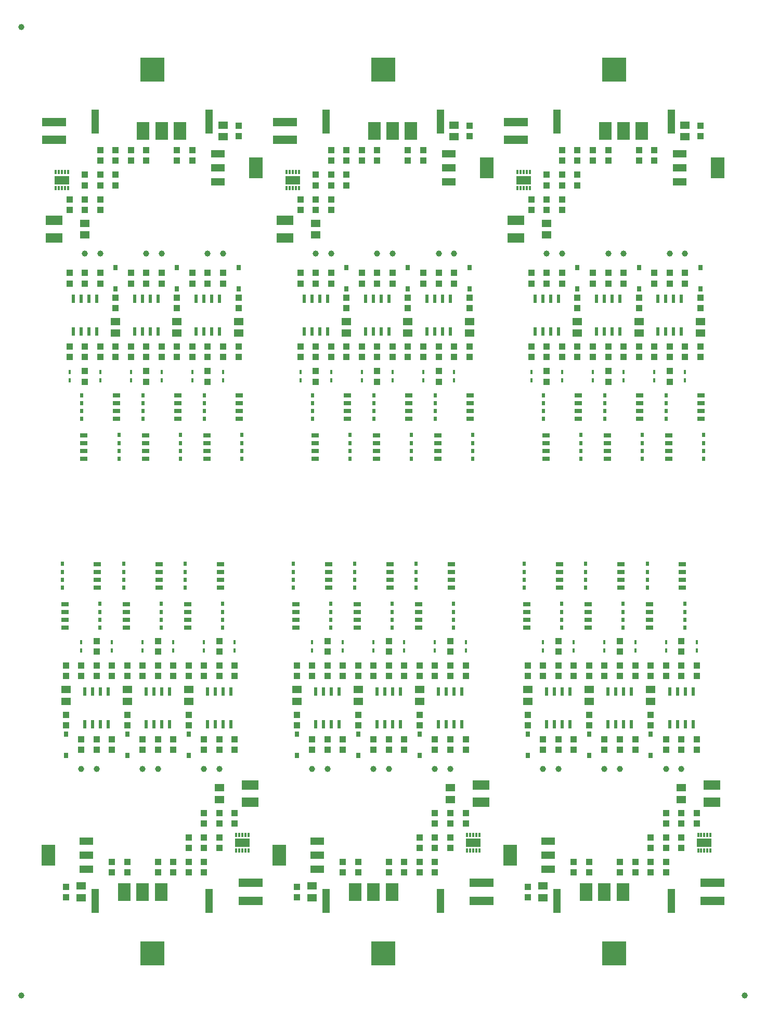
<source format=gtp>
%FSLAX25Y25*%
%MOIN*%
G70*
G01*
G75*
G04 Layer_Color=8421504*
%ADD10C,0.03937*%
%ADD11R,0.02165X0.02854*%
%ADD12R,0.02165X0.02510*%
%ADD13R,0.04921X0.02559*%
%ADD14R,0.02362X0.05512*%
%ADD15R,0.03937X0.04331*%
%ADD16R,0.01181X0.02559*%
%ADD17R,0.05906X0.05118*%
%ADD18R,0.02559X0.03819*%
%ADD19R,0.08661X0.04724*%
%ADD20R,0.08661X0.13780*%
%ADD21R,0.07874X0.11811*%
%ADD22R,0.15354X0.05709*%
%ADD23R,0.09646X0.05512*%
%ADD24R,0.01181X0.03150*%
%ADD25R,0.15748X0.15748*%
%ADD26R,0.10630X0.06299*%
%ADD27R,0.04724X0.15748*%
%ADD28C,0.00800*%
%ADD29C,0.01500*%
%ADD30C,0.02000*%
%ADD31R,0.15355X0.18110*%
%ADD32R,0.23622X0.23622*%
%ADD33R,0.03937X0.03937*%
%ADD34C,0.08032*%
%ADD35R,0.08032X0.08032*%
%ADD36C,0.02800*%
%ADD37C,0.02799*%
%ADD38R,0.12598X0.07087*%
%ADD39R,0.01969X0.02756*%
%ADD40R,0.04331X0.09134*%
%ADD41R,0.02953X0.05433*%
%ADD42R,0.08583X0.06378*%
%ADD43R,0.07480X0.01575*%
%ADD44R,0.04724X0.01181*%
%ADD45R,0.01181X0.04724*%
%ADD46R,0.09843X0.06693*%
%ADD47R,0.01772X0.01969*%
%ADD48R,0.07992X0.07165*%
%ADD49C,0.00500*%
%ADD50C,0.01969*%
D10*
X473622Y35433D02*
D03*
X9843D02*
D03*
Y656693D02*
D03*
X48228Y180709D02*
D03*
X58071D02*
D03*
X87598D02*
D03*
X97441D02*
D03*
X126969D02*
D03*
X136811D02*
D03*
X196260D02*
D03*
X206102D02*
D03*
X235630D02*
D03*
X245472D02*
D03*
X275000D02*
D03*
X284842D02*
D03*
X344291D02*
D03*
X354134D02*
D03*
X383661D02*
D03*
X393504D02*
D03*
X423032D02*
D03*
X432874D02*
D03*
X435236Y511417D02*
D03*
X425394D02*
D03*
X395866D02*
D03*
X386024D02*
D03*
X356496D02*
D03*
X346654D02*
D03*
X287205D02*
D03*
X277362D02*
D03*
X247835D02*
D03*
X237992D02*
D03*
X208465D02*
D03*
X198622D02*
D03*
X139173D02*
D03*
X129331D02*
D03*
X99803D02*
D03*
X89961D02*
D03*
X60433D02*
D03*
X50591D02*
D03*
D11*
X99606Y281618D02*
D03*
Y271507D02*
D03*
Y286761D02*
D03*
X114961Y302240D02*
D03*
Y312351D02*
D03*
Y297097D02*
D03*
X138976Y281618D02*
D03*
Y271507D02*
D03*
Y286761D02*
D03*
X75590Y302240D02*
D03*
Y312351D02*
D03*
Y297097D02*
D03*
X36220Y302240D02*
D03*
Y312351D02*
D03*
Y297097D02*
D03*
X60236Y281618D02*
D03*
Y271507D02*
D03*
Y286761D02*
D03*
X247638Y281618D02*
D03*
Y271507D02*
D03*
Y286761D02*
D03*
X262992Y302240D02*
D03*
Y312351D02*
D03*
Y297097D02*
D03*
X287008Y281618D02*
D03*
Y271507D02*
D03*
Y286761D02*
D03*
X223622Y302240D02*
D03*
Y312351D02*
D03*
Y297097D02*
D03*
X184252Y302240D02*
D03*
Y312351D02*
D03*
Y297097D02*
D03*
X208268Y281618D02*
D03*
Y271507D02*
D03*
Y286761D02*
D03*
X395669Y281618D02*
D03*
Y271507D02*
D03*
Y286761D02*
D03*
X411024Y302240D02*
D03*
Y312351D02*
D03*
Y297097D02*
D03*
X435039Y281618D02*
D03*
Y271507D02*
D03*
Y286761D02*
D03*
X371654Y302240D02*
D03*
Y312351D02*
D03*
Y297097D02*
D03*
X332283Y302240D02*
D03*
Y312351D02*
D03*
Y297097D02*
D03*
X356299Y281618D02*
D03*
Y271507D02*
D03*
Y286761D02*
D03*
X383858Y410508D02*
D03*
Y420619D02*
D03*
Y405365D02*
D03*
X368504Y389886D02*
D03*
Y379775D02*
D03*
Y395028D02*
D03*
X344488Y410508D02*
D03*
Y420619D02*
D03*
Y405365D02*
D03*
X407874Y389886D02*
D03*
Y379775D02*
D03*
Y395028D02*
D03*
X447244Y389886D02*
D03*
Y379775D02*
D03*
Y395028D02*
D03*
X423228Y410508D02*
D03*
Y420619D02*
D03*
Y405365D02*
D03*
X235827Y410508D02*
D03*
Y420619D02*
D03*
Y405365D02*
D03*
X220472Y389886D02*
D03*
Y379775D02*
D03*
Y395028D02*
D03*
X196457Y410508D02*
D03*
Y420619D02*
D03*
Y405365D02*
D03*
X259842Y389886D02*
D03*
Y379775D02*
D03*
Y395028D02*
D03*
X299213Y389886D02*
D03*
Y379775D02*
D03*
Y395028D02*
D03*
X275197Y410508D02*
D03*
Y420619D02*
D03*
Y405365D02*
D03*
X87795Y410508D02*
D03*
Y420619D02*
D03*
Y405365D02*
D03*
X72441Y389886D02*
D03*
Y379775D02*
D03*
Y395028D02*
D03*
X48425Y410508D02*
D03*
Y420619D02*
D03*
Y405365D02*
D03*
X111811Y389886D02*
D03*
Y379775D02*
D03*
Y395028D02*
D03*
X151181Y389886D02*
D03*
Y379775D02*
D03*
Y395028D02*
D03*
X127165Y410508D02*
D03*
Y420619D02*
D03*
Y405365D02*
D03*
D12*
X99606Y276648D02*
D03*
X114961Y307211D02*
D03*
X138976Y276648D02*
D03*
X75590Y307211D02*
D03*
X36220D02*
D03*
X60236Y276648D02*
D03*
X247638D02*
D03*
X262992Y307211D02*
D03*
X287008Y276648D02*
D03*
X223622Y307211D02*
D03*
X184252D02*
D03*
X208268Y276648D02*
D03*
X395669D02*
D03*
X411024Y307211D02*
D03*
X435039Y276648D02*
D03*
X371654Y307211D02*
D03*
X332283D02*
D03*
X356299Y276648D02*
D03*
X383858Y415478D02*
D03*
X368504Y384915D02*
D03*
X344488Y415478D02*
D03*
X407874Y384915D02*
D03*
X447244D02*
D03*
X423228Y415478D02*
D03*
X235827D02*
D03*
X220472Y384915D02*
D03*
X196457Y415478D02*
D03*
X259842Y384915D02*
D03*
X299213D02*
D03*
X275197Y415478D02*
D03*
X87795D02*
D03*
X72441Y384915D02*
D03*
X48425Y415478D02*
D03*
X111811Y384915D02*
D03*
X151181D02*
D03*
X127165Y415478D02*
D03*
D13*
X77165Y271633D02*
D03*
Y276633D02*
D03*
Y286633D02*
D03*
Y281633D02*
D03*
X137402Y312225D02*
D03*
Y307225D02*
D03*
Y297225D02*
D03*
Y302225D02*
D03*
X116535Y271633D02*
D03*
Y276633D02*
D03*
Y286633D02*
D03*
Y281633D02*
D03*
X98032Y312225D02*
D03*
Y307225D02*
D03*
Y297225D02*
D03*
Y302225D02*
D03*
X58661Y312225D02*
D03*
Y307225D02*
D03*
Y297225D02*
D03*
Y302225D02*
D03*
X37795Y271633D02*
D03*
Y276633D02*
D03*
Y286633D02*
D03*
Y281633D02*
D03*
X225197Y271633D02*
D03*
Y276633D02*
D03*
Y286633D02*
D03*
Y281633D02*
D03*
X285433Y312225D02*
D03*
Y307225D02*
D03*
Y297225D02*
D03*
Y302225D02*
D03*
X264567Y271633D02*
D03*
Y276633D02*
D03*
Y286633D02*
D03*
Y281633D02*
D03*
X246063Y312225D02*
D03*
Y307225D02*
D03*
Y297225D02*
D03*
Y302225D02*
D03*
X206693Y312225D02*
D03*
Y307225D02*
D03*
Y297225D02*
D03*
Y302225D02*
D03*
X185827Y271633D02*
D03*
Y276633D02*
D03*
Y286633D02*
D03*
Y281633D02*
D03*
X373228Y271633D02*
D03*
Y276633D02*
D03*
Y286633D02*
D03*
Y281633D02*
D03*
X433465Y312225D02*
D03*
Y307225D02*
D03*
Y297225D02*
D03*
Y302225D02*
D03*
X412598Y271633D02*
D03*
Y276633D02*
D03*
Y286633D02*
D03*
Y281633D02*
D03*
X394094Y312225D02*
D03*
Y307225D02*
D03*
Y297225D02*
D03*
Y302225D02*
D03*
X354724Y312225D02*
D03*
Y307225D02*
D03*
Y297225D02*
D03*
Y302225D02*
D03*
X333858Y271633D02*
D03*
Y276633D02*
D03*
Y286633D02*
D03*
Y281633D02*
D03*
X406299Y420493D02*
D03*
Y415493D02*
D03*
Y405493D02*
D03*
Y410493D02*
D03*
X346063Y379901D02*
D03*
Y384901D02*
D03*
Y394901D02*
D03*
Y389901D02*
D03*
X366929Y420493D02*
D03*
Y415493D02*
D03*
Y405493D02*
D03*
Y410493D02*
D03*
X385433Y379901D02*
D03*
Y384901D02*
D03*
Y394901D02*
D03*
Y389901D02*
D03*
X424803Y379901D02*
D03*
Y384901D02*
D03*
Y394901D02*
D03*
Y389901D02*
D03*
X445669Y420493D02*
D03*
Y415493D02*
D03*
Y405493D02*
D03*
Y410493D02*
D03*
X258268Y420493D02*
D03*
Y415493D02*
D03*
Y405493D02*
D03*
Y410493D02*
D03*
X198031Y379901D02*
D03*
Y384901D02*
D03*
Y394901D02*
D03*
Y389901D02*
D03*
X218898Y420493D02*
D03*
Y415493D02*
D03*
Y405493D02*
D03*
Y410493D02*
D03*
X237402Y379901D02*
D03*
Y384901D02*
D03*
Y394901D02*
D03*
Y389901D02*
D03*
X276772Y379901D02*
D03*
Y384901D02*
D03*
Y394901D02*
D03*
Y389901D02*
D03*
X297638Y420493D02*
D03*
Y415493D02*
D03*
Y405493D02*
D03*
Y410493D02*
D03*
X110236Y420493D02*
D03*
Y415493D02*
D03*
Y405493D02*
D03*
Y410493D02*
D03*
X50000Y379901D02*
D03*
Y384901D02*
D03*
Y394901D02*
D03*
Y389901D02*
D03*
X70866Y420493D02*
D03*
Y415493D02*
D03*
Y405493D02*
D03*
Y410493D02*
D03*
X89370Y379901D02*
D03*
Y384901D02*
D03*
Y394901D02*
D03*
Y389901D02*
D03*
X128740Y379901D02*
D03*
Y384901D02*
D03*
Y394901D02*
D03*
Y389901D02*
D03*
X149606Y420493D02*
D03*
Y415493D02*
D03*
Y405493D02*
D03*
Y410493D02*
D03*
D14*
X144311Y209646D02*
D03*
X139311D02*
D03*
X134311D02*
D03*
X129311D02*
D03*
Y230512D02*
D03*
X134311D02*
D03*
X139311D02*
D03*
X144311D02*
D03*
X104941Y209646D02*
D03*
X99941D02*
D03*
X94941D02*
D03*
X89941D02*
D03*
Y230512D02*
D03*
X94941D02*
D03*
X99941D02*
D03*
X104941D02*
D03*
X65571Y209646D02*
D03*
X60571D02*
D03*
X55571D02*
D03*
X50571D02*
D03*
Y230512D02*
D03*
X55571D02*
D03*
X60571D02*
D03*
X65571D02*
D03*
X292342Y209646D02*
D03*
X287343D02*
D03*
X282343D02*
D03*
X277343D02*
D03*
Y230512D02*
D03*
X282343D02*
D03*
X287343D02*
D03*
X292342D02*
D03*
X252972Y209646D02*
D03*
X247972D02*
D03*
X242972D02*
D03*
X237972D02*
D03*
Y230512D02*
D03*
X242972D02*
D03*
X247972D02*
D03*
X252972D02*
D03*
X213602Y209646D02*
D03*
X208602D02*
D03*
X203602D02*
D03*
X198602D02*
D03*
Y230512D02*
D03*
X203602D02*
D03*
X208602D02*
D03*
X213602D02*
D03*
X440374Y209646D02*
D03*
X435374D02*
D03*
X430374D02*
D03*
X425374D02*
D03*
Y230512D02*
D03*
X430374D02*
D03*
X435374D02*
D03*
X440374D02*
D03*
X401004Y209646D02*
D03*
X396004D02*
D03*
X391004D02*
D03*
X386004D02*
D03*
Y230512D02*
D03*
X391004D02*
D03*
X396004D02*
D03*
X401004D02*
D03*
X361634Y209646D02*
D03*
X356634D02*
D03*
X351634D02*
D03*
X346634D02*
D03*
Y230512D02*
D03*
X351634D02*
D03*
X356634D02*
D03*
X361634D02*
D03*
X339154Y482480D02*
D03*
X344153D02*
D03*
X349153D02*
D03*
X354153D02*
D03*
Y461614D02*
D03*
X349153D02*
D03*
X344153D02*
D03*
X339154D02*
D03*
X378524Y482480D02*
D03*
X383524D02*
D03*
X388524D02*
D03*
X393524D02*
D03*
Y461614D02*
D03*
X388524D02*
D03*
X383524D02*
D03*
X378524D02*
D03*
X417894Y482480D02*
D03*
X422894D02*
D03*
X427894D02*
D03*
X432894D02*
D03*
Y461614D02*
D03*
X427894D02*
D03*
X422894D02*
D03*
X417894D02*
D03*
X191122Y482480D02*
D03*
X196122D02*
D03*
X201122D02*
D03*
X206122D02*
D03*
Y461614D02*
D03*
X201122D02*
D03*
X196122D02*
D03*
X191122D02*
D03*
X230492Y482480D02*
D03*
X235492D02*
D03*
X240492D02*
D03*
X245492D02*
D03*
Y461614D02*
D03*
X240492D02*
D03*
X235492D02*
D03*
X230492D02*
D03*
X269862Y482480D02*
D03*
X274862D02*
D03*
X279862D02*
D03*
X284862D02*
D03*
Y461614D02*
D03*
X279862D02*
D03*
X274862D02*
D03*
X269862D02*
D03*
X43091Y482480D02*
D03*
X48091D02*
D03*
X53091D02*
D03*
X58091D02*
D03*
Y461614D02*
D03*
X53091D02*
D03*
X48091D02*
D03*
X43091D02*
D03*
X82461Y482480D02*
D03*
X87461D02*
D03*
X92461D02*
D03*
X97461D02*
D03*
Y461614D02*
D03*
X92461D02*
D03*
X87461D02*
D03*
X82461D02*
D03*
X121831Y482480D02*
D03*
X126831D02*
D03*
X131831D02*
D03*
X136831D02*
D03*
Y461614D02*
D03*
X131831D02*
D03*
X126831D02*
D03*
X121831D02*
D03*
D15*
X146653Y247047D02*
D03*
Y240354D02*
D03*
X136811Y247047D02*
D03*
Y240354D02*
D03*
Y256102D02*
D03*
Y262795D02*
D03*
X126969Y247047D02*
D03*
Y240354D02*
D03*
X117126Y247047D02*
D03*
Y240354D02*
D03*
X87598Y247047D02*
D03*
Y240354D02*
D03*
X77756Y247047D02*
D03*
Y240354D02*
D03*
X107283Y247047D02*
D03*
Y240354D02*
D03*
X97441Y247047D02*
D03*
Y240354D02*
D03*
Y256102D02*
D03*
Y262795D02*
D03*
X48228Y247047D02*
D03*
Y240354D02*
D03*
X38386Y247047D02*
D03*
Y240354D02*
D03*
X58071Y256102D02*
D03*
Y262795D02*
D03*
Y247047D02*
D03*
Y240354D02*
D03*
X67913Y247047D02*
D03*
Y240354D02*
D03*
X117126Y215551D02*
D03*
Y208858D02*
D03*
X126969Y193110D02*
D03*
Y199803D02*
D03*
X136811Y193110D02*
D03*
Y199803D02*
D03*
X146653Y193110D02*
D03*
Y199803D02*
D03*
X77756Y215551D02*
D03*
Y208858D02*
D03*
X87598Y193110D02*
D03*
Y199803D02*
D03*
X97441Y193110D02*
D03*
Y199803D02*
D03*
X107283Y193110D02*
D03*
Y199803D02*
D03*
X38386Y215551D02*
D03*
Y208858D02*
D03*
X48228Y193110D02*
D03*
Y199803D02*
D03*
X58071Y193110D02*
D03*
Y199803D02*
D03*
X67913Y193110D02*
D03*
Y199803D02*
D03*
X38386Y98622D02*
D03*
Y105315D02*
D03*
X126969Y136811D02*
D03*
Y130118D02*
D03*
X136811Y136811D02*
D03*
Y130118D02*
D03*
X117126Y136811D02*
D03*
Y130118D02*
D03*
X126969Y121063D02*
D03*
Y114370D02*
D03*
X146653Y145866D02*
D03*
Y152559D02*
D03*
X136811Y145866D02*
D03*
Y152559D02*
D03*
X126969Y145866D02*
D03*
Y152559D02*
D03*
X77756Y121063D02*
D03*
Y114370D02*
D03*
X67913Y121063D02*
D03*
Y114370D02*
D03*
X97441Y121063D02*
D03*
Y114370D02*
D03*
X107283Y121063D02*
D03*
Y114370D02*
D03*
X117126Y121063D02*
D03*
Y114370D02*
D03*
X294685Y247047D02*
D03*
Y240354D02*
D03*
X284842Y247047D02*
D03*
Y240354D02*
D03*
Y256102D02*
D03*
Y262795D02*
D03*
X275000Y247047D02*
D03*
Y240354D02*
D03*
X265158Y247047D02*
D03*
Y240354D02*
D03*
X235630Y247047D02*
D03*
Y240354D02*
D03*
X225787Y247047D02*
D03*
Y240354D02*
D03*
X255315Y247047D02*
D03*
Y240354D02*
D03*
X245472Y247047D02*
D03*
Y240354D02*
D03*
Y256102D02*
D03*
Y262795D02*
D03*
X196260Y247047D02*
D03*
Y240354D02*
D03*
X186417Y247047D02*
D03*
Y240354D02*
D03*
X206102Y256102D02*
D03*
Y262795D02*
D03*
Y247047D02*
D03*
Y240354D02*
D03*
X215945Y247047D02*
D03*
Y240354D02*
D03*
X265158Y215551D02*
D03*
Y208858D02*
D03*
X275000Y193110D02*
D03*
Y199803D02*
D03*
X284842Y193110D02*
D03*
Y199803D02*
D03*
X294685Y193110D02*
D03*
Y199803D02*
D03*
X225787Y215551D02*
D03*
Y208858D02*
D03*
X235630Y193110D02*
D03*
Y199803D02*
D03*
X245472Y193110D02*
D03*
Y199803D02*
D03*
X255315Y193110D02*
D03*
Y199803D02*
D03*
X186417Y215551D02*
D03*
Y208858D02*
D03*
X196260Y193110D02*
D03*
Y199803D02*
D03*
X206102Y193110D02*
D03*
Y199803D02*
D03*
X215945Y193110D02*
D03*
Y199803D02*
D03*
X186417Y98622D02*
D03*
Y105315D02*
D03*
X275000Y136811D02*
D03*
Y130118D02*
D03*
X284842Y136811D02*
D03*
Y130118D02*
D03*
X265158Y136811D02*
D03*
Y130118D02*
D03*
X275000Y121063D02*
D03*
Y114370D02*
D03*
X294685Y145866D02*
D03*
Y152559D02*
D03*
X284842Y145866D02*
D03*
Y152559D02*
D03*
X275000Y145866D02*
D03*
Y152559D02*
D03*
X225787Y121063D02*
D03*
Y114370D02*
D03*
X215945Y121063D02*
D03*
Y114370D02*
D03*
X245472Y121063D02*
D03*
Y114370D02*
D03*
X255315Y121063D02*
D03*
Y114370D02*
D03*
X265158Y121063D02*
D03*
Y114370D02*
D03*
X442717Y247047D02*
D03*
Y240354D02*
D03*
X432874Y247047D02*
D03*
Y240354D02*
D03*
Y256102D02*
D03*
Y262795D02*
D03*
X423032Y247047D02*
D03*
Y240354D02*
D03*
X413189Y247047D02*
D03*
Y240354D02*
D03*
X383661Y247047D02*
D03*
Y240354D02*
D03*
X373819Y247047D02*
D03*
Y240354D02*
D03*
X403346Y247047D02*
D03*
Y240354D02*
D03*
X393504Y247047D02*
D03*
Y240354D02*
D03*
Y256102D02*
D03*
Y262795D02*
D03*
X344291Y247047D02*
D03*
Y240354D02*
D03*
X334449Y247047D02*
D03*
Y240354D02*
D03*
X354134Y256102D02*
D03*
Y262795D02*
D03*
Y247047D02*
D03*
Y240354D02*
D03*
X363976Y247047D02*
D03*
Y240354D02*
D03*
X413189Y215551D02*
D03*
Y208858D02*
D03*
X423032Y193110D02*
D03*
Y199803D02*
D03*
X432874Y193110D02*
D03*
Y199803D02*
D03*
X442717Y193110D02*
D03*
Y199803D02*
D03*
X373819Y215551D02*
D03*
Y208858D02*
D03*
X383661Y193110D02*
D03*
Y199803D02*
D03*
X393504Y193110D02*
D03*
Y199803D02*
D03*
X403346Y193110D02*
D03*
Y199803D02*
D03*
X334449Y215551D02*
D03*
Y208858D02*
D03*
X344291Y193110D02*
D03*
Y199803D02*
D03*
X354134Y193110D02*
D03*
Y199803D02*
D03*
X363976Y193110D02*
D03*
Y199803D02*
D03*
X334449Y98622D02*
D03*
Y105315D02*
D03*
X423032Y136811D02*
D03*
Y130118D02*
D03*
X432874Y136811D02*
D03*
Y130118D02*
D03*
X413189Y136811D02*
D03*
Y130118D02*
D03*
X423032Y121063D02*
D03*
Y114370D02*
D03*
X442717Y145866D02*
D03*
Y152559D02*
D03*
X432874Y145866D02*
D03*
Y152559D02*
D03*
X423032Y145866D02*
D03*
Y152559D02*
D03*
X373819Y121063D02*
D03*
Y114370D02*
D03*
X363976Y121063D02*
D03*
Y114370D02*
D03*
X393504Y121063D02*
D03*
Y114370D02*
D03*
X403346Y121063D02*
D03*
Y114370D02*
D03*
X413189Y121063D02*
D03*
Y114370D02*
D03*
X336811Y445079D02*
D03*
Y451772D02*
D03*
X346654Y445079D02*
D03*
Y451772D02*
D03*
Y436024D02*
D03*
Y429331D02*
D03*
X356496Y445079D02*
D03*
Y451772D02*
D03*
X366339Y445079D02*
D03*
Y451772D02*
D03*
X395866Y445079D02*
D03*
Y451772D02*
D03*
X405709Y445079D02*
D03*
Y451772D02*
D03*
X376181Y445079D02*
D03*
Y451772D02*
D03*
X386024Y445079D02*
D03*
Y451772D02*
D03*
Y436024D02*
D03*
Y429331D02*
D03*
X435236Y445079D02*
D03*
Y451772D02*
D03*
X445079Y445079D02*
D03*
Y451772D02*
D03*
X425394Y436024D02*
D03*
Y429331D02*
D03*
Y445079D02*
D03*
Y451772D02*
D03*
X415551Y445079D02*
D03*
Y451772D02*
D03*
X366339Y476575D02*
D03*
Y483268D02*
D03*
X356496Y499016D02*
D03*
Y492323D02*
D03*
X346654Y499016D02*
D03*
Y492323D02*
D03*
X336811Y499016D02*
D03*
Y492323D02*
D03*
X405709Y476575D02*
D03*
Y483268D02*
D03*
X395866Y499016D02*
D03*
Y492323D02*
D03*
X386024Y499016D02*
D03*
Y492323D02*
D03*
X376181Y499016D02*
D03*
Y492323D02*
D03*
X445079Y476575D02*
D03*
Y483268D02*
D03*
X435236Y499016D02*
D03*
Y492323D02*
D03*
X425394Y499016D02*
D03*
Y492323D02*
D03*
X415551Y499016D02*
D03*
Y492323D02*
D03*
X445079Y593504D02*
D03*
Y586811D02*
D03*
X356496Y555315D02*
D03*
Y562008D02*
D03*
X346654Y555315D02*
D03*
Y562008D02*
D03*
X366339Y555315D02*
D03*
Y562008D02*
D03*
X356496Y571063D02*
D03*
Y577756D02*
D03*
X336811Y546260D02*
D03*
Y539567D02*
D03*
X346654Y546260D02*
D03*
Y539567D02*
D03*
X356496Y546260D02*
D03*
Y539567D02*
D03*
X405709Y571063D02*
D03*
Y577756D02*
D03*
X415551Y571063D02*
D03*
Y577756D02*
D03*
X386024Y571063D02*
D03*
Y577756D02*
D03*
X376181Y571063D02*
D03*
Y577756D02*
D03*
X366339Y571063D02*
D03*
Y577756D02*
D03*
X188779Y445079D02*
D03*
Y451772D02*
D03*
X198622Y445079D02*
D03*
Y451772D02*
D03*
Y436024D02*
D03*
Y429331D02*
D03*
X208465Y445079D02*
D03*
Y451772D02*
D03*
X218307Y445079D02*
D03*
Y451772D02*
D03*
X247835Y445079D02*
D03*
Y451772D02*
D03*
X257677Y445079D02*
D03*
Y451772D02*
D03*
X228150Y445079D02*
D03*
Y451772D02*
D03*
X237992Y445079D02*
D03*
Y451772D02*
D03*
Y436024D02*
D03*
Y429331D02*
D03*
X287205Y445079D02*
D03*
Y451772D02*
D03*
X297047Y445079D02*
D03*
Y451772D02*
D03*
X277362Y436024D02*
D03*
Y429331D02*
D03*
Y445079D02*
D03*
Y451772D02*
D03*
X267520Y445079D02*
D03*
Y451772D02*
D03*
X218307Y476575D02*
D03*
Y483268D02*
D03*
X208465Y499016D02*
D03*
Y492323D02*
D03*
X198622Y499016D02*
D03*
Y492323D02*
D03*
X188779Y499016D02*
D03*
Y492323D02*
D03*
X257677Y476575D02*
D03*
Y483268D02*
D03*
X247835Y499016D02*
D03*
Y492323D02*
D03*
X237992Y499016D02*
D03*
Y492323D02*
D03*
X228150Y499016D02*
D03*
Y492323D02*
D03*
X297047Y476575D02*
D03*
Y483268D02*
D03*
X287205Y499016D02*
D03*
Y492323D02*
D03*
X277362Y499016D02*
D03*
Y492323D02*
D03*
X267520Y499016D02*
D03*
Y492323D02*
D03*
X297047Y593504D02*
D03*
Y586811D02*
D03*
X208465Y555315D02*
D03*
Y562008D02*
D03*
X198622Y555315D02*
D03*
Y562008D02*
D03*
X218307Y555315D02*
D03*
Y562008D02*
D03*
X208465Y571063D02*
D03*
Y577756D02*
D03*
X188779Y546260D02*
D03*
Y539567D02*
D03*
X198622Y546260D02*
D03*
Y539567D02*
D03*
X208465Y546260D02*
D03*
Y539567D02*
D03*
X257677Y571063D02*
D03*
Y577756D02*
D03*
X267520Y571063D02*
D03*
Y577756D02*
D03*
X237992Y571063D02*
D03*
Y577756D02*
D03*
X228150Y571063D02*
D03*
Y577756D02*
D03*
X218307Y571063D02*
D03*
Y577756D02*
D03*
X40748Y445079D02*
D03*
Y451772D02*
D03*
X50591Y445079D02*
D03*
Y451772D02*
D03*
Y436024D02*
D03*
Y429331D02*
D03*
X60433Y445079D02*
D03*
Y451772D02*
D03*
X70276Y445079D02*
D03*
Y451772D02*
D03*
X99803Y445079D02*
D03*
Y451772D02*
D03*
X109646Y445079D02*
D03*
Y451772D02*
D03*
X80118Y445079D02*
D03*
Y451772D02*
D03*
X89961Y445079D02*
D03*
Y451772D02*
D03*
Y436024D02*
D03*
Y429331D02*
D03*
X139173Y445079D02*
D03*
Y451772D02*
D03*
X149016Y445079D02*
D03*
Y451772D02*
D03*
X129331Y436024D02*
D03*
Y429331D02*
D03*
Y445079D02*
D03*
Y451772D02*
D03*
X119488Y445079D02*
D03*
Y451772D02*
D03*
X70276Y476575D02*
D03*
Y483268D02*
D03*
X60433Y499016D02*
D03*
Y492323D02*
D03*
X50591Y499016D02*
D03*
Y492323D02*
D03*
X40748Y499016D02*
D03*
Y492323D02*
D03*
X109646Y476575D02*
D03*
Y483268D02*
D03*
X99803Y499016D02*
D03*
Y492323D02*
D03*
X89961Y499016D02*
D03*
Y492323D02*
D03*
X80118Y499016D02*
D03*
Y492323D02*
D03*
X149016Y476575D02*
D03*
Y483268D02*
D03*
X139173Y499016D02*
D03*
Y492323D02*
D03*
X129331Y499016D02*
D03*
Y492323D02*
D03*
X119488Y499016D02*
D03*
Y492323D02*
D03*
X149016Y593504D02*
D03*
Y586811D02*
D03*
X60433Y555315D02*
D03*
Y562008D02*
D03*
X50591Y555315D02*
D03*
Y562008D02*
D03*
X70276Y555315D02*
D03*
Y562008D02*
D03*
X60433Y571063D02*
D03*
Y577756D02*
D03*
X40748Y546260D02*
D03*
Y539567D02*
D03*
X50591Y546260D02*
D03*
Y539567D02*
D03*
X60433Y546260D02*
D03*
Y539567D02*
D03*
X109646Y571063D02*
D03*
Y577756D02*
D03*
X119488Y571063D02*
D03*
Y577756D02*
D03*
X89961Y571063D02*
D03*
Y577756D02*
D03*
X80118Y571063D02*
D03*
Y577756D02*
D03*
X70276Y571063D02*
D03*
Y577756D02*
D03*
D16*
X146653Y256791D02*
D03*
Y262106D02*
D03*
X126969Y256791D02*
D03*
Y262106D02*
D03*
X87598Y256791D02*
D03*
Y262106D02*
D03*
X107283Y256791D02*
D03*
Y262106D02*
D03*
X48228Y256791D02*
D03*
Y262106D02*
D03*
X67913Y256791D02*
D03*
Y262106D02*
D03*
X294685Y256791D02*
D03*
Y262106D02*
D03*
X275000Y256791D02*
D03*
Y262106D02*
D03*
X235630Y256791D02*
D03*
Y262106D02*
D03*
X255315Y256791D02*
D03*
Y262106D02*
D03*
X196260Y256791D02*
D03*
Y262106D02*
D03*
X215945Y256791D02*
D03*
Y262106D02*
D03*
X442717Y256791D02*
D03*
Y262106D02*
D03*
X423032Y256791D02*
D03*
Y262106D02*
D03*
X383661Y256791D02*
D03*
Y262106D02*
D03*
X403346Y256791D02*
D03*
Y262106D02*
D03*
X344291Y256791D02*
D03*
Y262106D02*
D03*
X363976Y256791D02*
D03*
Y262106D02*
D03*
X336811Y435335D02*
D03*
Y430020D02*
D03*
X356496Y435335D02*
D03*
Y430020D02*
D03*
X395866Y435335D02*
D03*
Y430020D02*
D03*
X376181Y435335D02*
D03*
Y430020D02*
D03*
X435236Y435335D02*
D03*
Y430020D02*
D03*
X415551Y435335D02*
D03*
Y430020D02*
D03*
X188779Y435335D02*
D03*
Y430020D02*
D03*
X208465Y435335D02*
D03*
Y430020D02*
D03*
X247835Y435335D02*
D03*
Y430020D02*
D03*
X228150Y435335D02*
D03*
Y430020D02*
D03*
X287205Y435335D02*
D03*
Y430020D02*
D03*
X267520Y435335D02*
D03*
Y430020D02*
D03*
X40748Y435335D02*
D03*
Y430020D02*
D03*
X60433Y435335D02*
D03*
Y430020D02*
D03*
X99803Y435335D02*
D03*
Y430020D02*
D03*
X80118Y435335D02*
D03*
Y430020D02*
D03*
X139173Y435335D02*
D03*
Y430020D02*
D03*
X119488Y435335D02*
D03*
Y430020D02*
D03*
D17*
X117126Y224213D02*
D03*
Y231693D02*
D03*
X77756Y224213D02*
D03*
Y231693D02*
D03*
X38386Y224213D02*
D03*
Y231693D02*
D03*
X48228Y98228D02*
D03*
Y105709D02*
D03*
X136811Y161221D02*
D03*
Y168701D02*
D03*
X265158Y224213D02*
D03*
Y231693D02*
D03*
X225787Y224213D02*
D03*
Y231693D02*
D03*
X186417Y224213D02*
D03*
Y231693D02*
D03*
X196260Y98228D02*
D03*
Y105709D02*
D03*
X284842Y161221D02*
D03*
Y168701D02*
D03*
X413189Y224213D02*
D03*
Y231693D02*
D03*
X373819Y224213D02*
D03*
Y231693D02*
D03*
X334449Y224213D02*
D03*
Y231693D02*
D03*
X344291Y98228D02*
D03*
Y105709D02*
D03*
X432874Y161221D02*
D03*
Y168701D02*
D03*
X366339Y467913D02*
D03*
Y460433D02*
D03*
X405709Y467913D02*
D03*
Y460433D02*
D03*
X445079Y467913D02*
D03*
Y460433D02*
D03*
X435236Y593898D02*
D03*
Y586417D02*
D03*
X346654Y530905D02*
D03*
Y523425D02*
D03*
X218307Y467913D02*
D03*
Y460433D02*
D03*
X257677Y467913D02*
D03*
Y460433D02*
D03*
X297047Y467913D02*
D03*
Y460433D02*
D03*
X287205Y593898D02*
D03*
Y586417D02*
D03*
X198622Y530905D02*
D03*
Y523425D02*
D03*
X70276Y467913D02*
D03*
Y460433D02*
D03*
X109646Y467913D02*
D03*
Y460433D02*
D03*
X149016Y467913D02*
D03*
Y460433D02*
D03*
X139173Y593898D02*
D03*
Y586417D02*
D03*
X50591Y530905D02*
D03*
Y523425D02*
D03*
D18*
X117126Y189606D02*
D03*
Y203307D02*
D03*
X77756Y189606D02*
D03*
Y203307D02*
D03*
X38386Y189606D02*
D03*
Y203307D02*
D03*
X265158Y189606D02*
D03*
Y203307D02*
D03*
X225787Y189606D02*
D03*
Y203307D02*
D03*
X186417Y189606D02*
D03*
Y203307D02*
D03*
X413189Y189606D02*
D03*
Y203307D02*
D03*
X373819Y189606D02*
D03*
Y203307D02*
D03*
X334449Y189606D02*
D03*
Y203307D02*
D03*
X366339Y502520D02*
D03*
Y488819D02*
D03*
X405709Y502520D02*
D03*
Y488819D02*
D03*
X445079Y502520D02*
D03*
Y488819D02*
D03*
X218307Y502520D02*
D03*
Y488819D02*
D03*
X257677Y502520D02*
D03*
Y488819D02*
D03*
X297047Y502520D02*
D03*
Y488819D02*
D03*
X70276Y502520D02*
D03*
Y488819D02*
D03*
X109646Y502520D02*
D03*
Y488819D02*
D03*
X149016Y502520D02*
D03*
Y488819D02*
D03*
D19*
X51575Y134646D02*
D03*
Y116535D02*
D03*
Y125591D02*
D03*
X199606Y134646D02*
D03*
Y116535D02*
D03*
Y125591D02*
D03*
X347638Y134646D02*
D03*
Y116535D02*
D03*
Y125591D02*
D03*
X431890Y557480D02*
D03*
Y575591D02*
D03*
Y566535D02*
D03*
X283858Y557480D02*
D03*
Y575591D02*
D03*
Y566535D02*
D03*
X135827Y557480D02*
D03*
Y575591D02*
D03*
Y566535D02*
D03*
D20*
X27165Y125591D02*
D03*
X175197D02*
D03*
X323228D02*
D03*
X456299Y566535D02*
D03*
X308268D02*
D03*
X160236D02*
D03*
D21*
X87598Y101969D02*
D03*
X99410D02*
D03*
X75787D02*
D03*
X235630D02*
D03*
X247441D02*
D03*
X223819D02*
D03*
X383661D02*
D03*
X395472D02*
D03*
X371850D02*
D03*
X395866Y590158D02*
D03*
X384055D02*
D03*
X407677D02*
D03*
X247835D02*
D03*
X236024D02*
D03*
X259646D02*
D03*
X99803D02*
D03*
X87992D02*
D03*
X111614D02*
D03*
D22*
X156693Y96161D02*
D03*
Y107776D02*
D03*
X304724Y96161D02*
D03*
Y107776D02*
D03*
X452756Y96161D02*
D03*
Y107776D02*
D03*
X326772Y595965D02*
D03*
Y584350D02*
D03*
X178740Y595965D02*
D03*
Y584350D02*
D03*
X30709Y595965D02*
D03*
Y584350D02*
D03*
D23*
X151575Y133465D02*
D03*
X299606D02*
D03*
X447638D02*
D03*
X331890Y558661D02*
D03*
X183858D02*
D03*
X35827D02*
D03*
D24*
X151575Y138583D02*
D03*
X153543D02*
D03*
X155512D02*
D03*
X149606D02*
D03*
X147638D02*
D03*
Y128346D02*
D03*
X149606D02*
D03*
X155512D02*
D03*
X153543D02*
D03*
X151575D02*
D03*
X299606Y138583D02*
D03*
X301575D02*
D03*
X303543D02*
D03*
X297638D02*
D03*
X295669D02*
D03*
Y128346D02*
D03*
X297638D02*
D03*
X303543D02*
D03*
X301575D02*
D03*
X299606D02*
D03*
X447638Y138583D02*
D03*
X449606D02*
D03*
X451575D02*
D03*
X445669D02*
D03*
X443701D02*
D03*
Y128346D02*
D03*
X445669D02*
D03*
X451575D02*
D03*
X449606D02*
D03*
X447638D02*
D03*
X331890Y553543D02*
D03*
X329921D02*
D03*
X327953D02*
D03*
X333858D02*
D03*
X335827D02*
D03*
Y563779D02*
D03*
X333858D02*
D03*
X327953D02*
D03*
X329921D02*
D03*
X331890D02*
D03*
X183858Y553543D02*
D03*
X181890D02*
D03*
X179921D02*
D03*
X185827D02*
D03*
X187795D02*
D03*
Y563779D02*
D03*
X185827D02*
D03*
X179921D02*
D03*
X181890D02*
D03*
X183858D02*
D03*
X35827Y553543D02*
D03*
X33858D02*
D03*
X31890D02*
D03*
X37795D02*
D03*
X39764D02*
D03*
Y563779D02*
D03*
X37795D02*
D03*
X31890D02*
D03*
X33858D02*
D03*
X35827D02*
D03*
D25*
X93701Y62598D02*
D03*
X241732D02*
D03*
X389764D02*
D03*
X389764Y629528D02*
D03*
X241732D02*
D03*
X93701D02*
D03*
D26*
X156496Y159449D02*
D03*
Y170472D02*
D03*
X304528Y159449D02*
D03*
Y170472D02*
D03*
X452559Y159449D02*
D03*
Y170472D02*
D03*
X326969Y532677D02*
D03*
Y521654D02*
D03*
X178937Y532677D02*
D03*
Y521654D02*
D03*
X30906Y532677D02*
D03*
Y521654D02*
D03*
D27*
X130315Y96063D02*
D03*
X57087D02*
D03*
X278346D02*
D03*
X205118D02*
D03*
X426378D02*
D03*
X353150D02*
D03*
Y596063D02*
D03*
X426378D02*
D03*
X205118D02*
D03*
X278346D02*
D03*
X57087D02*
D03*
X130315D02*
D03*
M02*

</source>
